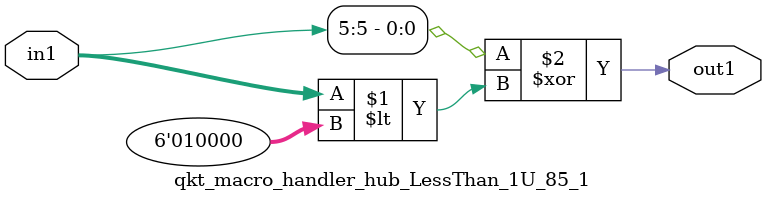
<source format=v>

`timescale 1ps / 1ps


module qkt_macro_handler_hub_LessThan_1U_85_1( in1, out1 );

    input [5:0] in1;
    output out1;

    
    // rtl_process:qkt_macro_handler_hub_LessThan_1U_85_1/qkt_macro_handler_hub_LessThan_1U_85_1_thread_1
    assign out1 = (in1[5] ^ in1 < 6'd16);

endmodule



</source>
